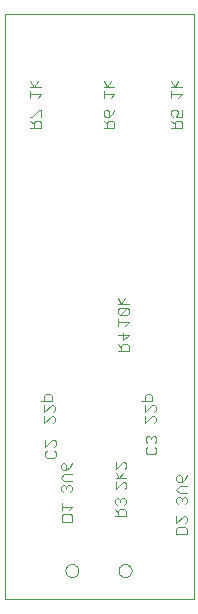
<source format=gbo>
G75*
%MOIN*%
%OFA0B0*%
%FSLAX24Y24*%
%IPPOS*%
%LPD*%
%AMOC8*
5,1,8,0,0,1.08239X$1,22.5*
%
%ADD10C,0.0000*%
%ADD11C,0.0040*%
D10*
X000980Y006148D02*
X000980Y025648D01*
X007280Y025648D01*
X007280Y006148D01*
X000980Y006148D01*
X003002Y007109D02*
X003004Y007138D01*
X003010Y007166D01*
X003019Y007194D01*
X003032Y007220D01*
X003049Y007243D01*
X003068Y007265D01*
X003090Y007284D01*
X003115Y007299D01*
X003141Y007312D01*
X003169Y007320D01*
X003197Y007325D01*
X003226Y007326D01*
X003255Y007323D01*
X003283Y007316D01*
X003310Y007306D01*
X003336Y007292D01*
X003359Y007275D01*
X003380Y007255D01*
X003398Y007232D01*
X003413Y007207D01*
X003424Y007180D01*
X003432Y007152D01*
X003436Y007123D01*
X003436Y007095D01*
X003432Y007066D01*
X003424Y007038D01*
X003413Y007011D01*
X003398Y006986D01*
X003380Y006963D01*
X003359Y006943D01*
X003336Y006926D01*
X003310Y006912D01*
X003283Y006902D01*
X003255Y006895D01*
X003226Y006892D01*
X003197Y006893D01*
X003169Y006898D01*
X003141Y006906D01*
X003115Y006919D01*
X003090Y006934D01*
X003068Y006953D01*
X003049Y006975D01*
X003032Y006998D01*
X003019Y007024D01*
X003010Y007052D01*
X003004Y007080D01*
X003002Y007109D01*
X004774Y007109D02*
X004776Y007138D01*
X004782Y007166D01*
X004791Y007194D01*
X004804Y007220D01*
X004821Y007243D01*
X004840Y007265D01*
X004862Y007284D01*
X004887Y007299D01*
X004913Y007312D01*
X004941Y007320D01*
X004969Y007325D01*
X004998Y007326D01*
X005027Y007323D01*
X005055Y007316D01*
X005082Y007306D01*
X005108Y007292D01*
X005131Y007275D01*
X005152Y007255D01*
X005170Y007232D01*
X005185Y007207D01*
X005196Y007180D01*
X005204Y007152D01*
X005208Y007123D01*
X005208Y007095D01*
X005204Y007066D01*
X005196Y007038D01*
X005185Y007011D01*
X005170Y006986D01*
X005152Y006963D01*
X005131Y006943D01*
X005108Y006926D01*
X005082Y006912D01*
X005055Y006902D01*
X005027Y006895D01*
X004998Y006892D01*
X004969Y006893D01*
X004941Y006898D01*
X004913Y006906D01*
X004887Y006919D01*
X004862Y006934D01*
X004840Y006953D01*
X004821Y006975D01*
X004804Y006998D01*
X004791Y007024D01*
X004782Y007052D01*
X004776Y007080D01*
X004774Y007109D01*
D11*
X004770Y008918D02*
X004770Y009098D01*
X004830Y009158D01*
X004950Y009158D01*
X005010Y009098D01*
X005010Y008918D01*
X004650Y008918D01*
X004770Y009038D02*
X004650Y009158D01*
X004710Y009286D02*
X004650Y009346D01*
X004650Y009466D01*
X004710Y009526D01*
X004770Y009526D01*
X004830Y009466D01*
X004830Y009406D01*
X004830Y009466D02*
X004890Y009526D01*
X004950Y009526D01*
X005010Y009466D01*
X005010Y009346D01*
X004950Y009286D01*
X004975Y009818D02*
X005035Y009878D01*
X005035Y009998D01*
X004975Y010058D01*
X004915Y010058D01*
X004675Y009818D01*
X004675Y010058D01*
X004675Y010186D02*
X005035Y010186D01*
X004915Y010366D02*
X004795Y010186D01*
X004675Y010366D01*
X004675Y010493D02*
X004915Y010733D01*
X004975Y010733D01*
X005035Y010673D01*
X005035Y010553D01*
X004975Y010493D01*
X004675Y010493D02*
X004675Y010733D01*
X005530Y012755D02*
X005890Y012755D01*
X005890Y012935D01*
X005830Y012995D01*
X005710Y012995D01*
X005650Y012935D01*
X005650Y012755D01*
X005650Y012626D02*
X005650Y012386D01*
X005890Y012626D01*
X005950Y012626D01*
X006010Y012566D01*
X006010Y012446D01*
X005950Y012386D01*
X005950Y012258D02*
X006010Y012198D01*
X006010Y012078D01*
X005950Y012018D01*
X005950Y012258D02*
X005890Y012258D01*
X005650Y012018D01*
X005650Y012258D01*
X005735Y011601D02*
X005675Y011541D01*
X005675Y011421D01*
X005735Y011361D01*
X005735Y011233D02*
X005675Y011173D01*
X005675Y011053D01*
X005735Y010993D01*
X005975Y010993D01*
X006035Y011053D01*
X006035Y011173D01*
X005975Y011233D01*
X005975Y011361D02*
X006035Y011421D01*
X006035Y011541D01*
X005975Y011601D01*
X005915Y011601D01*
X005855Y011541D01*
X005795Y011601D01*
X005735Y011601D01*
X005855Y011541D02*
X005855Y011481D01*
X006760Y010295D02*
X006820Y010295D01*
X006880Y010235D01*
X006880Y010055D01*
X006760Y010055D01*
X006700Y010115D01*
X006700Y010235D01*
X006760Y010295D01*
X006820Y009926D02*
X006700Y009806D01*
X006820Y009686D01*
X007060Y009686D01*
X007000Y009558D02*
X007060Y009498D01*
X007060Y009378D01*
X007000Y009318D01*
X006880Y009438D02*
X006880Y009498D01*
X006820Y009558D01*
X006760Y009558D01*
X006700Y009498D01*
X006700Y009378D01*
X006760Y009318D01*
X006880Y009498D02*
X006940Y009558D01*
X007000Y009558D01*
X007060Y009926D02*
X006820Y009926D01*
X006880Y010055D02*
X007000Y010175D01*
X007060Y010295D01*
X007000Y008926D02*
X007060Y008866D01*
X007060Y008746D01*
X007000Y008686D01*
X007000Y008558D02*
X007060Y008498D01*
X007060Y008318D01*
X006700Y008318D01*
X006700Y008498D01*
X006760Y008558D01*
X007000Y008558D01*
X006700Y008686D02*
X006940Y008926D01*
X007000Y008926D01*
X006700Y008926D02*
X006700Y008686D01*
X005110Y014418D02*
X005110Y014598D01*
X005050Y014658D01*
X004930Y014658D01*
X004870Y014598D01*
X004870Y014418D01*
X004870Y014538D02*
X004750Y014658D01*
X004750Y014418D02*
X005110Y014418D01*
X004930Y014786D02*
X005110Y014966D01*
X004750Y014966D01*
X004750Y015268D02*
X004750Y015508D01*
X004750Y015388D02*
X005110Y015388D01*
X004990Y015268D01*
X004930Y015026D02*
X004930Y014786D01*
X004810Y015636D02*
X004750Y015696D01*
X004750Y015816D01*
X004810Y015876D01*
X005050Y015876D01*
X004810Y015636D01*
X005050Y015636D01*
X005110Y015696D01*
X005110Y015816D01*
X005050Y015876D01*
X005110Y016005D02*
X004750Y016005D01*
X004870Y016005D02*
X004750Y016185D01*
X004870Y016005D02*
X004990Y016185D01*
X004635Y021868D02*
X004275Y021868D01*
X004395Y021988D02*
X004275Y022108D01*
X004335Y022236D02*
X004275Y022296D01*
X004275Y022416D01*
X004335Y022476D01*
X004395Y022476D01*
X004455Y022416D01*
X004455Y022236D01*
X004335Y022236D01*
X004455Y022236D02*
X004575Y022356D01*
X004635Y022476D01*
X004575Y022108D02*
X004455Y022108D01*
X004395Y022048D01*
X004395Y021868D01*
X004635Y022048D02*
X004575Y022108D01*
X004635Y022048D02*
X004635Y021868D01*
X004515Y022868D02*
X004635Y022988D01*
X004275Y022988D01*
X004275Y022868D02*
X004275Y023108D01*
X004275Y023236D02*
X004635Y023236D01*
X004515Y023416D02*
X004395Y023236D01*
X004275Y023416D01*
X002198Y023236D02*
X001838Y023236D01*
X001958Y023236D02*
X001838Y023416D01*
X001958Y023236D02*
X002078Y023416D01*
X002198Y022988D02*
X002078Y022868D01*
X002198Y022988D02*
X001838Y022988D01*
X001838Y022868D02*
X001838Y023108D01*
X002138Y022476D02*
X001898Y022236D01*
X001838Y022236D01*
X001838Y022108D02*
X001958Y021988D01*
X001958Y022048D02*
X001958Y021868D01*
X001838Y021868D02*
X002198Y021868D01*
X002198Y022048D01*
X002138Y022108D01*
X002018Y022108D01*
X001958Y022048D01*
X002138Y022476D02*
X002198Y022476D01*
X002198Y022236D01*
X002360Y012995D02*
X002300Y012935D01*
X002300Y012755D01*
X002180Y012755D02*
X002540Y012755D01*
X002540Y012935D01*
X002480Y012995D01*
X002360Y012995D01*
X002300Y012626D02*
X002300Y012386D01*
X002540Y012626D01*
X002600Y012626D01*
X002660Y012566D01*
X002660Y012446D01*
X002600Y012386D01*
X002600Y012258D02*
X002660Y012198D01*
X002660Y012078D01*
X002600Y012018D01*
X002600Y012258D02*
X002540Y012258D01*
X002300Y012018D01*
X002300Y012258D01*
X002325Y011476D02*
X002325Y011236D01*
X002565Y011476D01*
X002625Y011476D01*
X002685Y011416D01*
X002685Y011296D01*
X002625Y011236D01*
X002625Y011108D02*
X002685Y011048D01*
X002685Y010928D01*
X002625Y010868D01*
X002385Y010868D01*
X002325Y010928D01*
X002325Y011048D01*
X002385Y011108D01*
X002850Y010635D02*
X002910Y010695D01*
X002970Y010695D01*
X003030Y010635D01*
X003030Y010455D01*
X002910Y010455D01*
X002850Y010515D01*
X002850Y010635D01*
X002970Y010326D02*
X002850Y010206D01*
X002970Y010086D01*
X003210Y010086D01*
X003150Y009958D02*
X003090Y009958D01*
X003030Y009898D01*
X002970Y009958D01*
X002910Y009958D01*
X002850Y009898D01*
X002850Y009778D01*
X002910Y009718D01*
X003030Y009838D02*
X003030Y009898D01*
X002970Y010326D02*
X003210Y010326D01*
X003030Y010455D02*
X003150Y010575D01*
X003210Y010695D01*
X003150Y009958D02*
X003210Y009898D01*
X003210Y009778D01*
X003150Y009718D01*
X003235Y009231D02*
X002875Y009231D01*
X002875Y009111D02*
X002875Y009351D01*
X002935Y008983D02*
X003175Y008983D01*
X003235Y008923D01*
X003235Y008743D01*
X002875Y008743D01*
X002875Y008923D01*
X002935Y008983D01*
X003115Y009111D02*
X003235Y009231D01*
X006525Y021868D02*
X006885Y021868D01*
X006885Y022048D01*
X006825Y022108D01*
X006705Y022108D01*
X006645Y022048D01*
X006645Y021868D01*
X006645Y021988D02*
X006525Y022108D01*
X006585Y022236D02*
X006525Y022296D01*
X006525Y022416D01*
X006585Y022476D01*
X006705Y022476D01*
X006765Y022416D01*
X006765Y022356D01*
X006705Y022236D01*
X006885Y022236D01*
X006885Y022476D01*
X006765Y022868D02*
X006885Y022988D01*
X006525Y022988D01*
X006525Y022868D02*
X006525Y023108D01*
X006525Y023236D02*
X006885Y023236D01*
X006765Y023416D02*
X006645Y023236D01*
X006525Y023416D01*
M02*

</source>
